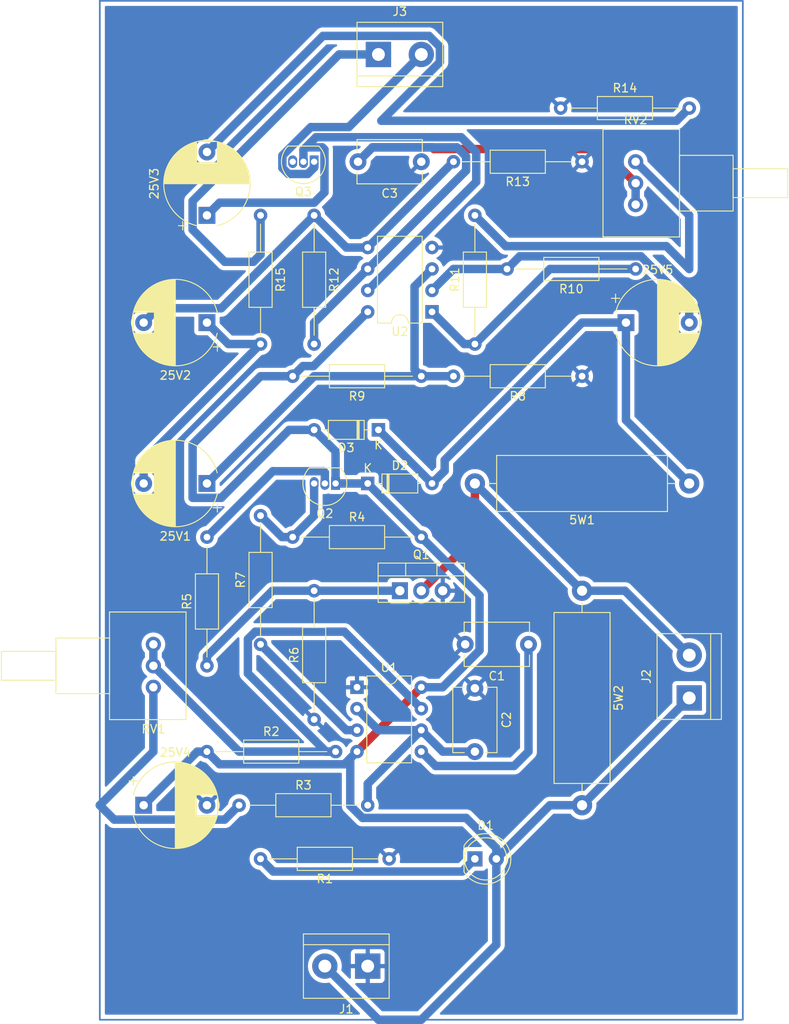
<source format=kicad_pcb>
(kicad_pcb (version 20221018) (generator pcbnew)
  (title_block (title "Metal Detector Module (40cm)") (date "18.02.2023") (rev "1.0") (company "by Muxtar_Safarov"))
  (layers (0 "F.Cu" signal) (31 "B.Cu" signal) (34 "B.Paste" user) (35 "F.Paste" user) (36 "B.SilkS" user "B.Silkscreen") (37 "F.SilkS" user "F.Silkscreen") (38 "B.Mask" user) (39 "F.Mask" user) (44 "Edge.Cuts" user))
  (net 0 "")
  (net 1 "Net-(D2-A)")
  (net 2 "Net-(J2-Pin_2)")
  (net 3 "+12V")
  (net 4 "Net-(U2A-+)")
  (net 5 "Net-(U2B-+)")
  (net 6 "Net-(Q3-B)")
  (net 7 "Net-(25V3-Pad2)")
  (net 8 "Earth")
  (net 9 "Net-(U2A--)")
  (net 10 "Net-(U1-CV)")
  (net 11 "Net-(U1-THR)")
  (net 12 "Net-(U2B--)")
  (net 13 "Net-(D1-K)")
  (net 14 "Net-(J3-Pin_1)")
  (net 15 "Net-(J3-Pin_2)")
  (net 16 "Net-(Q1-G)")
  (net 17 "Net-(Q2-C)")
  (net 18 "Net-(Q2-B)")
  (net 19 "Net-(U1-DIS)")
  (net 20 "Net-(R3-Pad1)")
  (net 21 "Net-(U1-Q)")
  (net 22 "Net-(R10-Pad1)")
  (net 23 "Net-(R11-Pad2)")
  (footprint "Capacitor_THT:CP_Radial_D10.0mm_P7.50mm" (layer "F.Cu") (at 144.9 82.55)
    (fp_text reference "25V5" (at 3.75 -6.25) (layer "F.SilkS"))
    (fp_text value "1uF")
    (pad "1" thru_hole rect (at 0 0) (size 2 2) (drill 1) (layers "*.Cu" "*.Mask") (net 1 "Net-(D2-A)"))
    (pad "2" thru_hole circle (at 7.5 0) (size 2 2) (drill 1) (layers "*.Cu" "*.Mask") (net 9 "Net-(U2A--)"))
  )
  (footprint "Resistor_THT:R_Axial_DIN0207_L6.3mm_D2.5mm_P15.24mm_Horizontal" (layer "F.Cu") (at 127 85.09 90)
    (fp_text reference "R11" (at 7.62 -2.37 90) (layer "F.SilkS"))
    (fp_text value "47K")
    (pad "1" thru_hole circle (at 0 0 90) (size 1.6 1.6) (drill 0.8) (layers "*.Cu" "*.Mask") (net 22 "Net-(R10-Pad1)"))
    (pad "2" thru_hole oval (at 15.24 0 90) (size 1.6 1.6) (drill 0.8) (layers "*.Cu" "*.Mask") (net 23 "Net-(R11-Pad2)"))
  )
  (footprint "Resistor_THT:R_Axial_DIN0207_L6.3mm_D2.5mm_P15.24mm_Horizontal" (layer "F.Cu") (at 120.65 88.9 180)
    (fp_text reference "R9" (at 7.62 -2.37) (layer "F.SilkS"))
    (fp_text value "47K")
    (pad "1" thru_hole circle (at 0 0 180) (size 1.6 1.6) (drill 0.8) (layers "*.Cu" "*.Mask") (net 4 "Net-(U2A-+)"))
    (pad "2" thru_hole oval (at 15.24 0 180) (size 1.6 1.6) (drill 0.8) (layers "*.Cu" "*.Mask") (net 3 "+12V"))
  )
  (footprint "Resistor_THT:R_Axial_DIN0207_L6.3mm_D2.5mm_P15.24mm_Horizontal" (layer "F.Cu") (at 101.6 69.85 -90)
    (fp_text reference "R15" (at 7.62 -2.37 90) (layer "F.SilkS"))
    (fp_text value "4,7R")
    (pad "1" thru_hole circle (at 0 0 270) (size 1.6 1.6) (drill 0.8) (layers "*.Cu" "*.Mask") (net 14 "Net-(J3-Pin_1)"))
    (pad "2" thru_hole oval (at 15.24 0 270) (size 1.6 1.6) (drill 0.8) (layers "*.Cu" "*.Mask") (net 3 "+12V"))
  )
  (footprint "Diode_THT:D_DO-35_SOD27_P7.62mm_Horizontal" (layer "F.Cu") (at 115.57 95.25 180)
    (fp_text reference "D3" (at 3.81 -2.12) (layer "F.SilkS"))
    (fp_text value "1N4148")
    (fp_text user "K" (at 0 -1.8) (layer "F.SilkS"))
    (pad "1" thru_hole rect (at 0 0 180) (size 1.6 1.6) (drill 0.8) (layers "*.Cu" "*.Mask") (net 1 "Net-(D2-A)"))
    (pad "2" thru_hole oval (at 7.62 0 180) (size 1.6 1.6) (drill 0.8) (layers "*.Cu" "*.Mask") (net 3 "+12V"))
  )
  (footprint "Resistor_THT:R_Axial_DIN0207_L6.3mm_D2.5mm_P15.24mm_Horizontal" (layer "F.Cu") (at 107.95 69.85 -90)
    (fp_text reference "R12" (at 7.62 -2.37 90) (layer "F.SilkS"))
    (fp_text value "68K")
    (pad "1" thru_hole circle (at 0 0 270) (size 1.6 1.6) (drill 0.8) (layers "*.Cu" "*.Mask") (net 5 "Net-(U2B-+)"))
    (pad "2" thru_hole oval (at 15.24 0 270) (size 1.6 1.6) (drill 0.8) (layers "*.Cu" "*.Mask") (net 12 "Net-(U2B--)"))
  )
  (footprint "Potentiometer_THT:Potentiometer_Vishay_148-149_Single_Horizontal" (layer "F.Cu") (at 146.05 68.58)
    (fp_text reference "RV2" (at 0 -10.04) (layer "F.SilkS"))
    (fp_text value "100K")
    (pad "1" thru_hole circle (at 0 0) (size 1.8 1.8) (drill 1) (layers "*.Cu" "*.Mask") (net 12 "Net-(U2B--)"))
    (pad "2" thru_hole circle (at 0 -2.54) (size 1.8 1.8) (drill 1) (layers "*.Cu" "*.Mask") (net 12 "Net-(U2B--)"))
    (pad "3" thru_hole circle (at 0 -5.08) (size 1.8 1.8) (drill 1) (layers "*.Cu" "*.Mask") (net 23 "Net-(R11-Pad2)"))
  )
  (footprint "Capacitor_THT:CP_Radial_D10.0mm_P7.50mm" (layer "F.Cu") (at 95.25 82.55 180)
    (fp_text reference "25V2" (at 3.75 -6.25) (layer "F.SilkS"))
    (fp_text value "10uF")
    (pad "1" thru_hole rect (at 0 0 180) (size 2 2) (drill 1) (layers "*.Cu" "*.Mask") (net 3 "+12V"))
    (pad "2" thru_hole circle (at 7.5 0 180) (size 2 2) (drill 1) (layers "*.Cu" "*.Mask") (net 5 "Net-(U2B-+)"))
  )
  (footprint "Capacitor_THT:CP_Radial_D10.0mm_P7.50mm" (layer "F.Cu") (at 95.25 69.85 90)
    (fp_text reference "25V3" (at 3.75 -6.25 90) (layer "F.SilkS"))
    (fp_text value "10uF")
    (pad "1" thru_hole rect (at 0 0 90) (size 2 2) (drill 1) (layers "*.Cu" "*.Mask") (net 6 "Net-(Q3-B)"))
    (pad "2" thru_hole circle (at 7.5 0 90) (size 2 2) (drill 1) (layers "*.Cu" "*.Mask") (net 7 "Net-(25V3-Pad2)"))
  )
  (footprint "Capacitor_THT:C_Disc_D7.5mm_W5.0mm_P7.50mm" (layer "F.Cu") (at 120.65 63.5 180)
    (fp_text reference "C3" (at 3.75 -3.75) (layer "F.SilkS"))
    (fp_text value "100nF")
    (pad "1" thru_hole circle (at 0 0 180) (size 2 2) (drill 1) (layers "*.Cu" "*.Mask") (net 8 "Earth"))
    (pad "2" thru_hole circle (at 7.5 0 180) (size 2 2) (drill 1) (layers "*.Cu" "*.Mask") (net 12 "Net-(U2B--)"))
  )
  (footprint "Package_DIP:DIP-8_W7.62mm" (layer "F.Cu") (at 113.03 125.73)
    (fp_text reference "U1" (at 3.81 -2.33) (layer "F.SilkS"))
    (fp_text value "NE555P")
    (pad "1" thru_hole rect (at 0 0) (size 1.6 1.6) (drill 0.8) (layers "*.Cu" "*.Mask") (net 8 "Earth"))
    (pad "2" thru_hole oval (at 0 2.54) (size 1.6 1.6) (drill 0.8) (layers "*.Cu" "*.Mask") (net 11 "Net-(U1-THR)"))
    (pad "3" thru_hole oval (at 0 5.08) (size 1.6 1.6) (drill 0.8) (layers "*.Cu" "*.Mask") (net 21 "Net-(U1-Q)"))
    (pad "4" thru_hole oval (at 0 7.62) (size 1.6 1.6) (drill 0.8) (layers "*.Cu" "*.Mask") (net 3 "+12V"))
    (pad "5" thru_hole oval (at 7.62 7.62) (size 1.6 1.6) (drill 0.8) (layers "*.Cu" "*.Mask") (net 10 "Net-(U1-CV)"))
    (pad "6" thru_hole oval (at 7.62 5.08) (size 1.6 1.6) (drill 0.8) (layers "*.Cu" "*.Mask") (net 11 "Net-(U1-THR)"))
    (pad "7" thru_hole oval (at 7.62 2.54) (size 1.6 1.6) (drill 0.8) (layers "*.Cu" "*.Mask") (net 19 "Net-(U1-DIS)"))
    (pad "8" thru_hole oval (at 7.62 0) (size 1.6 1.6) (drill 0.8) (layers "*.Cu" "*.Mask") (net 3 "+12V"))
  )
  (footprint "Potentiometer_THT:Potentiometer_Vishay_148-149_Single_Horizontal" (layer "F.Cu") (at 88.9 120.65 180)
    (fp_text reference "RV1" (at 0 -10.04) (layer "F.SilkS"))
    (fp_text value "2K")
    (pad "1" thru_hole circle (at 0 0 180) (size 1.8 1.8) (drill 1) (layers "*.Cu" "*.Mask") (net 19 "Net-(U1-DIS)"))
    (pad "2" thru_hole circle (at 0 -2.54 180) (size 1.8 1.8) (drill 1) (layers "*.Cu" "*.Mask") (net 19 "Net-(U1-DIS)"))
    (pad "3" thru_hole circle (at 0 -5.08 180) (size 1.8 1.8) (drill 1) (layers "*.Cu" "*.Mask") (net 20 "Net-(R3-Pad1)"))
  )
  (footprint "Resistor_THT:R_Axial_DIN0207_L6.3mm_D2.5mm_P15.24mm_Horizontal" (layer "F.Cu") (at 99.06 139.7)
    (fp_text reference "R3" (at 7.62 -2.37) (layer "F.SilkS"))
    (fp_text value "1K")
    (pad "1" thru_hole circle (at 0 0) (size 1.6 1.6) (drill 0.8) (layers "*.Cu" "*.Mask") (net 20 "Net-(R3-Pad1)"))
    (pad "2" thru_hole oval (at 15.24 0) (size 1.6 1.6) (drill 0.8) (layers "*.Cu" "*.Mask") (net 11 "Net-(U1-THR)"))
  )
  (footprint "Package_TO_SOT_THT:TO-92_Inline" (layer "F.Cu") (at 107.95 63.5 180)
    (fp_text reference "Q3" (at 1.27 -3.56) (layer "F.SilkS"))
    (fp_text value "BC547")
    (pad "1" thru_hole rect (at 0 0 180) (size 1.05 1.5) (drill 0.75) (layers "*.Cu" "*.Mask") (net 15 "Net-(J3-Pin_2)"))
    (pad "2" thru_hole oval (at 1.27 0 180) (size 1.05 1.5) (drill 0.75) (layers "*.Cu" "*.Mask") (net 6 "Net-(Q3-B)"))
    (pad "3" thru_hole oval (at 2.54 0 180) (size 1.05 1.5) (drill 0.75) (layers "*.Cu" "*.Mask") (net 8 "Earth"))
  )
  (footprint "Resistor_THT:R_Axial_Power_L20.0mm_W6.4mm_P25.40mm" (layer "F.Cu") (at 139.7 114.3 -90)
    (fp_text reference "5W2" (at 12.7 -4.32 90) (layer "F.SilkS"))
    (fp_text value "220R")
    (pad "1" thru_hole circle (at 0 0 270) (size 2.4 2.4) (drill 1.2) (layers "*.Cu" "*.Mask") (net 2 "Net-(J2-Pin_2)"))
    (pad "2" thru_hole oval (at 25.4 0 270) (size 2.4 2.4) (drill 1.2) (layers "*.Cu" "*.Mask") (net 3 "+12V"))
  )
  (footprint "LED_THT:LED_D5.0mm" (layer "F.Cu") (at 127 146.05)
    (fp_text reference "D1" (at 1.27 -3.96) (layer "F.SilkS"))
    (fp_text value "LED")
    (pad "1" thru_hole rect (at 0 0) (size 1.8 1.8) (drill 0.9) (layers "*.Cu" "*.Mask") (net 13 "Net-(D1-K)"))
    (pad "2" thru_hole circle (at 2.54 0) (size 1.8 1.8) (drill 0.9) (layers "*.Cu" "*.Mask") (net 3 "+12V"))
  )
  (footprint "Capacitor_THT:CP_Radial_D10.0mm_P7.50mm" (layer "F.Cu") (at 95.25 101.6 180)
    (fp_text reference "25V1" (at 3.75 -6.25 180) (layer "F.SilkS"))
    (fp_text value "10uF")
    (pad "1" thru_hole rect (at 0 0 180) (size 2 2) (drill 1) (layers "*.Cu" "*.Mask") (net 4 "Net-(U2A-+)"))
    (pad "2" thru_hole circle (at 7.5 0 180) (size 2 2) (drill 1) (layers "*.Cu" "*.Mask") (net 3 "+12V"))
  )
  (footprint "Package_TO_SOT_THT:TO-92_Inline" (layer "F.Cu") (at 110.49 101.6 180)
    (fp_text reference "Q2" (at 1.27 -3.56) (layer "F.SilkS"))
    (fp_text value "2SA1015")
    (pad "1" thru_hole rect (at 0 0 180) (size 1.05 1.5) (drill 0.75) (layers "*.Cu" "*.Mask") (net 3 "+12V"))
    (pad "2" thru_hole oval (at 1.27 0 180) (size 1.05 1.5) (drill 0.75) (layers "*.Cu" "*.Mask") (net 17 "Net-(Q2-C)"))
    (pad "3" thru_hole oval (at 2.54 0 180) (size 1.05 1.5) (drill 0.75) (layers "*.Cu" "*.Mask") (net 18 "Net-(Q2-B)"))
  )
  (footprint "Package_DIP:DIP-8_W7.62mm" (layer "F.Cu") (at 121.92 81.28 180)
    (fp_text reference "U2" (at 3.81 -2.33) (layer "F.SilkS"))
    (fp_text value "RC4558")
    (pad "1" thru_hole rect (at 0 0 180) (size 1.6 1.6) (drill 0.8) (layers "*.Cu" "*.Mask") (net 22 "Net-(R10-Pad1)"))
    (pad "2" thru_hole oval (at 0 2.54 180) (size 1.6 1.6) (drill 0.8) (layers "*.Cu" "*.Mask") (net 9 "Net-(U2A--)"))
    (pad "3" thru_hole oval (at 0 5.08 180) (size 1.6 1.6) (drill 0.8) (layers "*.Cu" "*.Mask") (net 4 "Net-(U2A-+)"))
    (pad "4" thru_hole oval (at 0 7.62 180) (size 1.6 1.6) (drill 0.8) (layers "*.Cu" "*.Mask") (net 8 "Earth"))
    (pad "5" thru_hole oval (at 7.62 7.62 180) (size 1.6 1.6) (drill 0.8) (layers "*.Cu" "*.Mask") (net 5 "Net-(U2B-+)"))
    (pad "6" thru_hole oval (at 7.62 5.08 180) (size 1.6 1.6) (drill 0.8) (layers "*.Cu" "*.Mask") (net 12 "Net-(U2B--)"))
    (pad "7" thru_hole oval (at 7.62 2.54 180) (size 1.6 1.6) (drill 0.8) (layers "*.Cu" "*.Mask") (net 6 "Net-(Q3-B)"))
    (pad "8" thru_hole oval (at 7.62 0 180) (size 1.6 1.6) (drill 0.8) (layers "*.Cu" "*.Mask") (net 3 "+12V"))
  )
  (footprint "Resistor_THT:R_Axial_DIN0207_L6.3mm_D2.5mm_P15.24mm_Horizontal" (layer "F.Cu") (at 101.6 120.65 90)
    (fp_text reference "R7" (at 7.62 -2.37 90) (layer "F.SilkS"))
    (fp_text value "1K")
    (pad "1" thru_hole circle (at 0 0 90) (size 1.6 1.6) (drill 0.8) (layers "*.Cu" "*.Mask") (net 21 "Net-(U1-Q)"))
    (pad "2" thru_hole oval (at 15.24 0 90) (size 1.6 1.6) (drill 0.8) (layers "*.Cu" "*.Mask") (net 18 "Net-(Q2-B)"))
  )
  (footprint "Resistor_THT:R_Axial_DIN0207_L6.3mm_D2.5mm_P15.24mm_Horizontal" (layer "F.Cu") (at 146.05 76.2 180)
    (fp_text reference "R10" (at 7.62 -2.37) (layer "F.SilkS"))
    (fp_text value "2M")
    (pad "1" thru_hole circle (at 0 0 180) (size 1.6 1.6) (drill 0.8) (layers "*.Cu" "*.Mask") (net 22 "Net-(R10-Pad1)"))
    (pad "2" thru_hole oval (at 15.24 0 180) (size 1.6 1.6) (drill 0.8) (layers "*.Cu" "*.Mask") (net 9 "Net-(U2A--)"))
  )
  (footprint "TerminalBlock:TerminalBlock_bornier-2_P5.08mm" (layer "F.Cu") (at 115.57 50.8)
    (fp_text reference "J3" (at 2.54 -5.08) (layer "F.SilkS"))
    (fp_text value "Speaker")
    (pad "1" thru_hole rect (at 0 0) (size 3 3) (drill 1.52) (layers "*.Cu" "*.Mask") (net 14 "Net-(J3-Pin_1)"))
    (pad "2" thru_hole circle (at 5.08 0) (size 3 3) (drill 1.52) (layers "*.Cu" "*.Mask") (net 15 "Net-(J3-Pin_2)"))
  )
  (footprint "Resistor_THT:R_Axial_DIN0207_L6.3mm_D2.5mm_P15.24mm_Horizontal" (layer "F.Cu") (at 105.41 107.95)
    (fp_text reference "R4" (at 7.62 -2.37) (layer "F.SilkS"))
    (fp_text value "470R")
    (pad "1" thru_hole circle (at 0 0) (size 1.6 1.6) (drill 0.8) (layers "*.Cu" "*.Mask") (net 18 "Net-(Q2-B)"))
    (pad "2" thru_hole oval (at 15.24 0) (size 1.6 1.6) (drill 0.8) (layers "*.Cu" "*.Mask") (net 3 "+12V"))
  )
  (footprint "Capacitor_THT:C_Disc_D7.5mm_W5.0mm_P7.50mm" (layer "F.Cu") (at 127 125.85 -90)
    (fp_text reference "C2" (at 3.75 -3.75 90) (layer "F.SilkS"))
    (fp_text value "100nF")
    (pad "1" thru_hole circle (at 0 0 270) (size 2 2) (drill 1) (layers "*.Cu" "*.Mask") (net 8 "Earth"))
    (pad "2" thru_hole circle (at 7.5 0 270) (size 2 2) (drill 1) (layers "*.Cu" "*.Mask") (net 11 "Net-(U1-THR)"))
  )
  (footprint "Resistor_THT:R_Axial_DIN0207_L6.3mm_D2.5mm_P15.24mm_Horizontal" (layer "F.Cu") (at 139.7 63.5 180)
    (fp_text reference "R13" (at 7.62 -2.37) (layer "F.SilkS"))
    (fp_text value "120K")
    (pad "1" thru_hole circle (at 0 0 180) (size 1.6 1.6) (drill 0.8) (layers "*.Cu" "*.Mask") (net 8 "Earth"))
    (pad "2" thru_hole oval (at 15.24 0 180) (size 1.6 1.6) (drill 0.8) (layers "*.Cu" "*.Mask") (net 5 "Net-(U2B-+)"))
  )
  (footprint "Capacitor_THT:C_Disc_D7.5mm_W5.0mm_P7.50mm" (layer "F.Cu") (at 133.35 120.65 180)
    (fp_text reference "C1" (at 3.75 -3.75) (layer "F.SilkS"))
    (fp_text value "100nF")
    (pad "1" thru_hole circle (at 0 0 180) (size 2 2) (drill 1) (layers "*.Cu" "*.Mask") (net 10 "Net-(U1-CV)"))
    (pad "2" thru_hole circle (at 7.5 0 180) (size 2 2) (drill 1) (layers "*.Cu" "*.Mask") (net 8 "Earth"))
  )
  (footprint "TerminalBlock:TerminalBlock_bornier-2_P5.08mm" (layer "F.Cu") (at 152.4 127 90)
    (fp_text reference "J2" (at 2.54 -5.08 90) (layer "F.SilkS"))
    (fp_text value "Bobin (handmade)")
    (pad "1" thru_hole rect (at 0 0 90) (size 3 3) (drill 1.52) (layers "*.Cu" "*.Mask") (net 3 "+12V"))
    (pad "2" thru_hole circle (at 5.08 0 90) (size 3 3) (drill 1.52) (layers "*.Cu" "*.Mask") (net 2 "Net-(J2-Pin_2)"))
  )
  (footprint "TerminalBlock:TerminalBlock_bornier-2_P5.08mm" (layer "F.Cu") (at 114.3 158.75 180)
    (fp_text reference "J1" (at 2.54 -5.08) (layer "F.SilkS"))
    (fp_text value "Input Voltage ")
    (pad "1" thru_hole rect (at 0 0 180) (size 3 3) (drill 1.52) (layers "*.Cu" "*.Mask") (net 8 "Earth"))
    (pad "2" thru_hole circle (at 5.08 0 180) (size 3 3) (drill 1.52) (layers "*.Cu" "*.Mask") (net 3 "+12V"))
  )
  (footprint "Resistor_THT:R_Axial_DIN0207_L6.3mm_D2.5mm_P15.24mm_Horizontal" (layer "F.Cu") (at 95.25 133.35)
    (fp_text reference "R2" (at 7.62 -2.37) (layer "F.SilkS"))
    (fp_text value "100K")
    (pad "1" thru_hole circle (at 0 0) (size 1.6 1.6) (drill 0.8) (layers "*.Cu" "*.Mask") (net 3 "+12V"))
    (pad "2" thru_hole oval (at 15.24 0) (size 1.6 1.6) (drill 0.8) (layers "*.Cu" "*.Mask") (net 19 "Net-(U1-DIS)"))
  )
  (footprint "Resistor_THT:R_Axial_Power_L20.0mm_W6.4mm_P25.40mm" (layer "F.Cu") (at 152.4 101.6 180)
    (fp_text reference "5W1" (at 12.7 -4.32) (layer "F.SilkS"))
    (fp_text value "390R")
    (pad "1" thru_hole circle (at 0 0 180) (size 2.4 2.4) (drill 1.2) (layers "*.Cu" "*.Mask") (net 1 "Net-(D2-A)"))
    (pad "2" thru_hole oval (at 25.4 0 180) (size 2.4 2.4) (drill 1.2) (layers "*.Cu" "*.Mask") (net 2 "Net-(J2-Pin_2)"))
  )
  (footprint "Resistor_THT:R_Axial_DIN0207_L6.3mm_D2.5mm_P15.24mm_Horizontal" (layer "F.Cu") (at 95.25 123.19 90)
    (fp_text reference "R5" (at 7.62 -2.37 90) (layer "F.SilkS"))
    (fp_text value "47R")
    (pad "1" thru_hole circle (at 0 0 90) (size 1.6 1.6) (drill 0.8) (layers "*.Cu" "*.Mask") (net 16 "Net-(Q1-G)"))
    (pad "2" thru_hole oval (at 15.24 0 90) (size 1.6 1.6) (drill 0.8) (layers "*.Cu" "*.Mask") (net 17 "Net-(Q2-C)"))
  )
  (footprint "Resistor_THT:R_Axial_DIN0207_L6.3mm_D2.5mm_P15.24mm_Horizontal" (layer "F.Cu") (at 137.16 57.15)
    (fp_text reference "R14" (at 7.62 -2.37) (layer "F.SilkS"))
    (fp_text value "470K")
    (pad "1" thru_hole circle (at 0 0) (size 1.6 1.6) (drill 0.8) (layers "*.Cu" "*.Mask") (net 8 "Earth"))
    (pad "2" thru_hole oval (at 15.24 0) (size 1.6 1.6) (drill 0.8) (layers "*.Cu" "*.Mask") (net 7 "Net-(25V3-Pad2)"))
  )
  (footprint "Resistor_THT:R_Axial_DIN0207_L6.3mm_D2.5mm_P15.24mm_Horizontal" (layer "F.Cu") (at 107.95 129.54 90)
    (fp_text reference "R6" (at 7.62 -2.37 90) (layer "F.SilkS"))
    (fp_text value "100R")
    (pad "1" thru_hole circle (at 0 0 90) (size 1.6 1.6) (drill 0.8) (layers "*.Cu" "*.Mask") (net 8 "Earth"))
    (pad "2" thru_hole oval (at 15.24 0 90) (size 1.6 1.6) (drill 0.8) (layers "*.Cu" "*.Mask") (net 16 "Net-(Q1-G)"))
  )
  (footprint "Resistor_THT:R_Axial_DIN0207_L6.3mm_D2.5mm_P15.24mm_Horizontal" (layer "F.Cu") (at 139.7 88.9 180)
    (fp_text reference "R8" (at 7.62 -2.37) (layer "F.SilkS"))
    (fp_text value "68K")
    (pad "1" thru_hole circle (at 0 0 180) (size 1.6 1.6) (drill 0.8) (layers "*.Cu" "*.Mask") (net 8 "Earth"))
    (pad "2" thru_hole oval (at 15.24 0 180) (size 1.6 1.6) (drill 0.8) (layers "*.Cu" "*.Mask") (net 4 "Net-(U2A-+)"))
  )
  (footprint "Package_TO_SOT_THT:TO-220-3_Vertical" (layer "F.Cu") (at 118.11 114.3)
    (fp_text reference "Q1" (at 2.54 -4.27) (layer "F.SilkS"))
    (fp_text value "IRF740")
    (pad "1" thru_hole rect (at 0 0) (size 1.905 2) (drill 1.1) (layers "*.Cu" "*.Mask") (net 16 "Net-(Q1-G)"))
    (pad "2" thru_hole oval (at 2.54 0) (size 1.905 2) (drill 1.1) (layers "*.Cu" "*.Mask") (net 2 "Net-(J2-Pin_2)"))
    (pad "3" thru_hole oval (at 5.08 0) (size 1.905 2) (drill 1.1) (layers "*.Cu" "*.Mask") (net 8 "Earth"))
  )
  (footprint "Capacitor_THT:CP_Radial_D10.0mm_P7.50mm" (layer "F.Cu") (at 87.75 139.7)
    (fp_text reference "25V4" (at 3.75 -6.25) (layer "F.SilkS"))
    (fp_text value "1000uF" hide)
    (pad "1" thru_hole rect (at 0 0) (size 2 2) (drill 1) (layers "*.Cu" "*.Mask") (net 3 "+12V"))
    (pad "2" thru_hole circle (at 7.5 0) (size 2 2) (drill 1) (layers "*.Cu" "*.Mask") (net 8 "Earth"))
  )
  (footprint "Diode_THT:D_DO-35_SOD27_P7.62mm_Horizontal" (layer "F.Cu") (at 114.3 101.6)
    (fp_text reference "D2" (at 3.81 -2.12) (layer "F.SilkS"))
    (fp_text value "1N4148")
    (fp_text user "K" (at 0 -1.8) (layer "F.SilkS"))
    (pad "1" thru_hole rect (at 0 0) (size 1.6 1.6) (drill 0.8) (layers "*.Cu" "*.Mask") (net 3 "+12V"))
    (pad "2" thru_hole oval (at 7.62 0) (size 1.6 1.6) (drill 0.8) (layers "*.Cu" "*.Mask") (net 1 "Net-(D2-A)"))
  )
  (footprint "Resistor_THT:R_Axial_DIN0207_L6.3mm_D2.5mm_P15.24mm_Horizontal" (layer "F.Cu") (at 116.84 146.05 180)
    (fp_text reference "R1" (at 7.62 -2.37) (layer "F.SilkS"))
    (fp_text value "470R")
    (pad "1" thru_hole circle (at 0 0 180) (size 1.6 1.6) (drill 0.8) (layers "*.Cu" "*.Mask") (net 8 "Earth"))
    (pad "2" thru_hole oval (at 15.24 0 180) (size 1.6 1.6) (drill 0.8) (layers "*.Cu" "*.Mask") (net 13 "Net-(D1-K)"))
  )
  (gr_rect (start 82.55 44.45) (end 158.75 165.1) (stroke (width 0.2)) (fill none) (layer "B.Cu"))
  (segment (start 121.92 101.6) (end 115.57 95.25) (width 1) (layer "B.Cu") (net 1))
  (segment (start 123.42 98.83) (end 139.7 82.55) (width 1) (layer "B.Cu") (net 1))
  (segment (start 121.92 101.6) (end 123.42 100.1) (width 1) (layer "B.Cu") (net 1))
  (segment (start 139.7 82.55) (end 144.9 82.55) (width 1) (layer "B.Cu") (net 1))
  (segment (start 144.9 82.55) (end 144.9 94.1) (width 1) (layer "B.Cu") (net 1))
  (segment (start 144.9 94.1) (end 152.4 101.6) (width 1) (layer "B.Cu") (net 1))
  (segment (start 123.42 100.1) (end 123.42 98.83) (width 1) (layer "B.Cu") (net 1))
  (segment (start 127 101.6) (end 127 107.95) (width 1) (layer "F.Cu") (net 2))
  (segment (start 127 107.95) (end 120.65 114.3) (width 1) (layer "F.Cu") (net 2))
  (segment (start 144.78 114.3) (end 139.7 114.3) (width 1) (layer "B.Cu") (net 2))
  (segment (start 152.4 121.92) (end 144.78 114.3) (width 1) (layer "B.Cu") (net 2))
  (segment (start 139.7 114.3) (end 127 101.6) (width 1) (layer "B.Cu") (net 2))
  (segment (start 120.65 125.73) (end 113.03 133.35) (width 1) (layer "F.Cu") (net 3))
  (segment (start 110.49 101.6) (end 110.49 97.79) (width 1) (layer "B.Cu") (net 3))
  (segment (start 109.22 158.75) (end 115.57 165.1) (width 1) (layer "B.Cu") (net 3))
  (segment (start 125.962792 141.2) (end 129.54 144.777208) (width 1) (layer "B.Cu") (net 3))
  (segment (start 106.61 87.7) (end 105.41 88.9) (width 1) (layer "B.Cu") (net 3))
  (segment (start 123.174164 125.73) (end 127.55 121.354164) (width 1) (layer "B.Cu") (net 3))
  (segment (start 96.95 103.3) (end 93.55 103.3) (width 1) (layer "B.Cu") (net 3))
  (segment (start 105 95.25) (end 96.95 103.3) (width 1) (layer "B.Cu") (net 3))
  (segment (start 112.230001 139.751322) (end 113.678679 141.2) (width 1) (layer "B.Cu") (net 3))
  (segment (start 87.75 98.94) (end 101.6 85.09) (width 1) (layer "B.Cu") (net 3))
  (segment (start 115.57 165.1) (end 120.65 165.1) (width 1) (layer "B.Cu") (net 3))
  (segment (start 95.25 133.35) (end 96.75 134.85) (width 1) (layer "B.Cu") (net 3))
  (segment (start 111.53 134.85) (end 113.03 133.35) (width 1) (layer "B.Cu") (net 3))
  (segment (start 112.230001 134.149999) (end 112.230001 139.751322) (width 1) (layer "B.Cu") (net 3))
  (segment (start 139.7 139.7) (end 135.89 139.7) (width 1) (layer "B.Cu") (net 3))
  (segment (start 87.75 101.6) (end 87.75 98.94) (width 1) (layer "B.Cu") (net 3))
  (segment (start 114.3 101.6) (end 110.49 101.6) (width 1) (layer "B.Cu") (net 3))
  (segment (start 135.89 139.7) (end 129.54 146.05) (width 1) (layer "B.Cu") (net 3))
  (segment (start 96.75 134.85) (end 111.53 134.85) (width 1) (layer "B.Cu") (net 3))
  (segment (start 120.65 107.95) (end 114.3 101.6) (width 1) (layer "B.Cu") (net 3))
  (segment (start 101.6 88.9) (end 105.41 88.9) (width 1) (layer "B.Cu") (net 3))
  (segment (start 107.95 95.25) (end 105 95.25) (width 1) (layer "B.Cu") (net 3))
  (segment (start 107.88 87.7) (end 106.61 87.7) (width 1) (layer "B.Cu") (net 3))
  (segment (start 113.03 133.35) (end 112.230001 134.149999) (width 1) (layer "B.Cu") (net 3))
  (segment (start 129.54 156.21) (end 129.54 146.05) (width 1) (layer "B.Cu") (net 3))
  (segment (start 93.55 103.3) (end 93.55 96.95) (width 1) (layer "B.Cu") (net 3))
  (segment (start 110.49 97.79) (end 107.95 95.25) (width 1) (layer "B.Cu") (net 3))
  (segment (start 152.4 127) (end 139.7 139.7) (width 1) (layer "B.Cu") (net 3))
  (segment (start 93.55 96.95) (end 101.6 88.9) (width 1) (layer "B.Cu") (net 3))
  (segment (start 97.79 85.09) (end 95.25 82.55) (width 1) (layer "B.Cu") (net 3))
  (segment (start 127.55 114.85) (end 120.65 107.95) (width 1) (layer "B.Cu") (net 3))
  (segment (start 114.3 81.28) (end 107.88 87.7) (width 1) (layer "B.Cu") (net 3))
  (segment (start 120.65 125.73) (end 123.174164 125.73) (width 1) (layer "B.Cu") (net 3))
  (segment (start 94.1 133.35) (end 95.25 133.35) (width 1) (layer "B.Cu") (net 3))
  (segment (start 87.75 139.7) (end 94.1 133.35) (width 1) (layer "B.Cu") (net 3))
  (segment (start 129.54 144.777208) (end 129.54 146.05) (width 1) (layer "B.Cu") (net 3))
  (segment (start 120.65 165.1) (end 129.54 156.21) (width 1) (layer "B.Cu") (net 3))
  (segment (start 101.6 85.09) (end 97.79 85.09) (width 1) (layer "B.Cu") (net 3))
  (segment (start 113.678679 141.2) (end 125.962792 141.2) (width 1) (layer "B.Cu") (net 3))
  (segment (start 127.55 121.354164) (end 127.55 114.85) (width 1) (layer "B.Cu") (net 3))
  (segment (start 119.850001 88.100001) (end 119.850001 78.269999) (width 1) (layer "B.Cu") (net 4))
  (segment (start 120.65 88.9) (end 119.850001 88.100001) (width 1) (layer "B.Cu") (net 4))
  (segment (start 107.95 88.9) (end 120.65 88.9) (width 1) (layer "B.Cu") (net 4))
  (segment (start 124.46 88.9) (end 120.65 88.9) (width 1) (layer "B.Cu") (net 4))
  (segment (start 95.25 101.6) (end 107.95 88.9) (width 1) (layer "B.Cu") (net 4))
  (segment (start 119.850001 78.269999) (end 121.92 76.2) (width 1) (layer "B.Cu") (net 4))
  (segment (start 114.3 73.66) (end 124.46 63.5) (width 1) (layer "B.Cu") (net 5))
  (segment (start 114.3 73.66) (end 111.76 73.66) (width 1) (layer "B.Cu") (net 5))
  (segment (start 111.76 73.66) (end 107.95 69.85) (width 1) (layer "B.Cu") (net 5))
  (segment (start 89.45 80.85) (end 96.95 80.85) (width 1) (layer "B.Cu") (net 5))
  (segment (start 87.75 82.55) (end 89.45 80.85) (width 1) (layer "B.Cu") (net 5))
  (segment (start 96.95 80.85) (end 107.95 69.85) (width 1) (layer "B.Cu") (net 5))
  (segment (start 106.68 63.5) (end 106.68 62.095) (width 1) (layer "B.Cu") (net 6))
  (segment (start 107.95 68.35) (end 96.75 68.35) (width 1) (layer "B.Cu") (net 6))
  (segment (start 106.975 61.8) (end 108.925 61.8) (width 1) (layer "B.Cu") (net 6))
  (segment (start 108.925 61.8) (end 109.175 62.05) (width 1) (layer "B.Cu") (net 6))
  (segment (start 109.175 62.05) (end 109.175 67.125) (width 1) (layer "B.Cu") (net 6))
  (segment (start 114.3 78.74) (end 127.16 65.88) (width 1) (layer "B.Cu") (net 6))
  (segment (start 127.16 65.88) (end 127.16 62.381623) (width 1) (layer "B.Cu") (net 6))
  (segment (start 96.75 68.35) (end 95.25 69.85) (width 1) (layer "B.Cu") (net 6))
  (segment (start 108.175 60.6) (end 106.68 62.095) (width 1) (layer "B.Cu") (net 6))
  (segment (start 109.175 67.125) (end 107.95 68.35) (width 1) (layer "B.Cu") (net 6))
  (segment (start 106.68 62.095) (end 106.975 61.8) (width 1) (layer "B.Cu") (net 6))
  (segment (start 127.16 62.381623) (end 125.378377 60.6) (width 1) (layer "B.Cu") (net 6))
  (segment (start 125.378377 60.6) (end 108.175 60.6) (width 1) (layer "B.Cu") (net 6))
  (segment (start 109 48.6) (end 95.25 62.35) (width 1) (layer "B.Cu") (net 7))
  (segment (start 122.85 49.88873) (end 121.56127 48.6) (width 1) (layer "B.Cu") (net 7))
  (segment (start 121.56127 48.6) (end 109 48.6) (width 1) (layer "B.Cu") (net 7))
  (segment (start 150.9 58.65) (end 115.91127 58.65) (width 1) (layer "B.Cu") (net 7))
  (segment (start 122.85 51.71127) (end 122.85 49.88873) (width 1) (layer "B.Cu") (net 7))
  (segment (start 152.4 57.15) (end 150.9 58.65) (width 1) (layer "B.Cu") (net 7))
  (segment (start 115.91127 58.65) (end 122.85 51.71127) (width 1) (layer "B.Cu") (net 7))
  (segment (start 146.671321 74.7) (end 132.31 74.7) (width 1) (layer "B.Cu") (net 9))
  (segment (start 152.4 82.55) (end 152.4 80.428679) (width 1) (layer "B.Cu") (net 9))
  (segment (start 130.81 76.2) (end 124.46 76.2) (width 1) (layer "B.Cu") (net 9))
  (segment (start 132.31 74.7) (end 130.81 76.2) (width 1) (layer "B.Cu") (net 9))
  (segment (start 152.4 80.428679) (end 146.671321 74.7) (width 1) (layer "B.Cu") (net 9))
  (segment (start 124.46 76.2) (end 121.92 78.74) (width 1) (layer "B.Cu") (net 9))
  (segment (start 133.35 133.35) (end 133.35 120.65) (width 1) (layer "B.Cu") (net 10))
  (segment (start 120.65 133.35) (end 122.35 135.05) (width 1) (layer "B.Cu") (net 10))
  (segment (start 122.35 135.05) (end 131.65 135.05) (width 1) (layer "B.Cu") (net 10))
  (segment (start 131.65 135.05) (end 133.35 133.35) (width 1) (layer "B.Cu") (net 10))
  (segment (start 127 133.35) (end 123.19 133.35) (width 1) (layer "B.Cu") (net 11))
  (segment (start 114.3 137.16) (end 114.3 139.7) (width 1) (layer "B.Cu") (net 11))
  (segment (start 120.65 130.81) (end 114.3 137.16) (width 1) (layer "B.Cu") (net 11))
  (segment (start 120.65 130.81) (end 115.57 130.81) (width 1) (layer "B.Cu") (net 11))
  (segment (start 123.19 133.35) (end 120.65 130.81) (width 1) (layer "B.Cu") (net 11))
  (segment (start 115.57 130.81) (end 113.03 128.27) (width 1) (layer "B.Cu") (net 11))
  (segment (start 114.85 61.8) (end 113.15 63.5) (width 1) (layer "F.Cu") (net 12))
  (segment (start 146.05 66.04) (end 142.01 62) (width 1) (layer "F.Cu") (net 12))
  (segment (start 142.01 62) (end 122.15 62) (width 1) (layer "F.Cu") (net 12))
  (segment (start 122.15 62) (end 121.95 61.8) (width 1) (layer "F.Cu") (net 12))
  (segment (start 121.95 61.8) (end 114.85 61.8) (width 1) (layer "F.Cu") (net 12))
  (segment (start 125.96 64.54) (end 114.3 76.2) (width 1) (layer "B.Cu") (net 12))
  (segment (start 124.881321 61.8) (end 125.96 62.878679) (width 1) (layer "B.Cu") (net 12))
  (segment (start 107.95 82.55) (end 114.3 76.2) (width 1) (layer "B.Cu") (net 12))
  (segment (start 114.85 61.8) (end 124.881321 61.8) (width 1) (layer "B.Cu") (net 12))
  (segment (start 107.95 85.09) (end 107.95 82.55) (width 1) (layer "B.Cu") (net 12))
  (segment (start 113.15 63.5) (end 114.85 61.8) (width 1) (layer "B.Cu") (net 12))
  (segment (start 146.05 66.04) (end 146.05 68.58) (width 1) (layer "B.Cu") (net 12))
  (segment (start 125.96 62.878679) (end 125.96 64.54) (width 1) (layer "B.Cu") (net 12))
  (segment (start 125.5 147.55) (end 103.1 147.55) (width 1) (layer "B.Cu") (net 13))
  (segment (start 127 146.05) (end 125.5 147.55) (width 1) (layer "B.Cu") (net 13))
  (segment (start 103.1 147.55) (end 101.6 146.05) (width 1) (layer "B.Cu") (net 13))
  (segment (start 101.6 74.502944) (end 101.6 69.85) (width 1) (layer "B.Cu") (net 14))
  (segment (start 93.55 68.15) (end 93.55 71.55) (width 1) (layer "B.Cu") (net 14))
  (segment (start 115.57 50.8) (end 110.9 50.8) (width 1) (layer "B.Cu") (net 14))
  (segment (start 93.55 71.55) (end 97.351472 75.351472) (width 1) (layer "B.Cu") (net 14))
  (segment (start 100.751472 75.351472) (end 101.6 74.502944) (width 1) (layer "B.Cu") (net 14))
  (segment (start 110.9 50.8) (end 93.55 68.15) (width 1) (layer "B.Cu") (net 14))
  (segment (start 97.351472 75.351472) (end 100.751472 75.351472) (width 1) (layer "B.Cu") (net 14))
  (segment (start 107.552588 59.4) (end 104.185 62.767588) (width 1) (layer "B.Cu") (net 15))
  (segment (start 104.185 64.232412) (end 104.902588 64.95) (width 1) (layer "B.Cu") (net 15))
  (segment (start 120.65 50.8) (end 112.05 59.4) (width 1) (layer "B.Cu") (net 15))
  (segment (start 107.187412 64.95) (end 107.95 64.187412) (width 1) (layer "B.Cu") (net 15))
  (segment (start 112.05 59.4) (end 107.552588 59.4) (width 1) (layer "B.Cu") (net 15))
  (segment (start 107.95 64.187412) (end 107.95 63.5) (width 1) (layer "B.Cu") (net 15))
  (segment (start 104.902588 64.95) (end 107.187412 64.95) (width 1) (layer "B.Cu") (net 15))
  (segment (start 104.185 62.767588) (end 104.185 64.232412) (width 1) (layer "B.Cu") (net 15))
  (segment (start 95.25 122.05863) (end 103.00863 114.3) (width 1) (layer "B.Cu") (net 16))
  (segment (start 118.11 114.3) (end 107.95 114.3) (width 1) (layer "B.Cu") (net 16))
  (segment (start 95.25 123.19) (end 95.25 122.05863) (width 1) (layer "B.Cu") (net 16))
  (segment (start 103.00863 114.3) (end 107.95 114.3) (width 1) (layer "B.Cu") (net 16))
  (segment (start 103.05 100.15) (end 95.25 107.95) (width 1) (layer "B.Cu") (net 17))
  (segment (start 109.22 101.6) (end 109.22 100.3) (width 1) (layer "B.Cu") (net 17))
  (segment (start 109.07 100.15) (end 103.05 100.15) (width 1) (layer "B.Cu") (net 17))
  (segment (start 109.22 100.3) (end 109.07 100.15) (width 1) (layer "B.Cu") (net 17))
  (segment (start 105.41 107.95) (end 104.14 107.95) (width 1) (layer "B.Cu") (net 18))
  (segment (start 107.95 101.6) (end 107.95 105.41) (width 1) (layer "B.Cu") (net 18))
  (segment (start 107.95 105.41) (end 105.41 107.95) (width 1) (layer "B.Cu") (net 18))
  (segment (start 104.14 107.95) (end 101.6 105.41) (width 1) (layer "B.Cu") (net 18))
  (segment (start 88.9 120.65) (end 88.9 123.19) (width 1) (layer "B.Cu") (net 19))
  (segment (start 100.1 124.09137) (end 100.1 120.028679) (width 1) (layer "B.Cu") (net 19))
  (segment (start 110.49 133.35) (end 109.35863 133.35) (width 1) (layer "B.Cu") (net 19))
  (segment (start 100.978679 119.15) (end 111.53 119.15) (width 1) (layer "B.Cu") (net 19))
  (segment (start 88.9 123.19) (end 99.06 133.35) (width 1) (layer "B.Cu") (net 19))
  (segment (start 109.35863 133.35) (end 100.1 124.09137) (width 1) (layer "B.Cu") (net 19))
  (segment (start 99.06 133.35) (end 110.49 133.35) (width 1) (layer "B.Cu") (net 19))
  (segment (start 111.53 119.15) (end 120.65 128.27) (width 1) (layer "B.Cu") (net 19))
  (segment (start 100.1 120.028679) (end 100.978679 119.15) (width 1) (layer "B.Cu") (net 19))
  (segment (start 88.9 133.35) (end 88.9 125.73) (width 1) (layer "B.Cu") (net 20))
  (segment (start 82.55 139.7) (end 88.9 133.35) (width 1) (layer "B.Cu") (net 20))
  (segment (start 99.06 139.7) (end 97.36 141.4) (width 1) (layer "B.Cu") (net 20))
  (segment (start 97.36 141.4) (end 84.25 141.4) (width 1) (layer "B.Cu") (net 20))
  (segment (start 84.25 141.4) (end 82.55 139.7) (width 1) (layer "B.Cu") (net 20))
  (segment (start 113.03 130.81) (end 111.76 130.81) (width 1) (layer "B.Cu") (net 21))
  (segment (start 111.76 130.81) (end 101.6 120.65) (width 1) (layer "B.Cu") (net 21))
  (segment (start 125.73 85.09) (end 121.92 81.28) (width 1) (layer "B.Cu") (net 22))
  (segment (start 127 85.09) (end 125.73 85.09) (width 1) (layer "B.Cu") (net 22))
  (segment (start 146.05 76.2) (end 135.89 76.2) (width 1) (layer "B.Cu") (net 22))
  (segment (start 135.89 76.2) (end 127 85.09) (width 1) (layer "B.Cu") (net 22))
  (segment (start 152.4 69.85) (end 152.4 76.2) (width 1) (layer "B.Cu") (net 23))
  (segment (start 130.65 73.5) (end 127 69.85) (width 1) (layer "B.Cu") (net 23))
  (segment (start 152.4 76.2) (end 149.7 73.5) (width 1) (layer "B.Cu") (net 23))
  (segment (start 146.05 63.5) (end 152.4 69.85) (width 1) (layer "B.Cu") (net 23))
  (segment (start 149.7 73.5) (end 130.65 73.5) (width 1) (layer "B.Cu") (net 23))
  (zone (net 8) (net_name "Earth") (layer "B.Cu") (connect_pads (clearance 0.5)) (min_thickness 0.25) (fill yes (thermal_gap 0.5) (thermal_bridge_width 0.5))
    (polygon (pts (xy 82.55 44.45) (xy 82.55 165.1) (xy 158.75 165.1) (xy 158.75 44.45)))
  )
)
</source>
